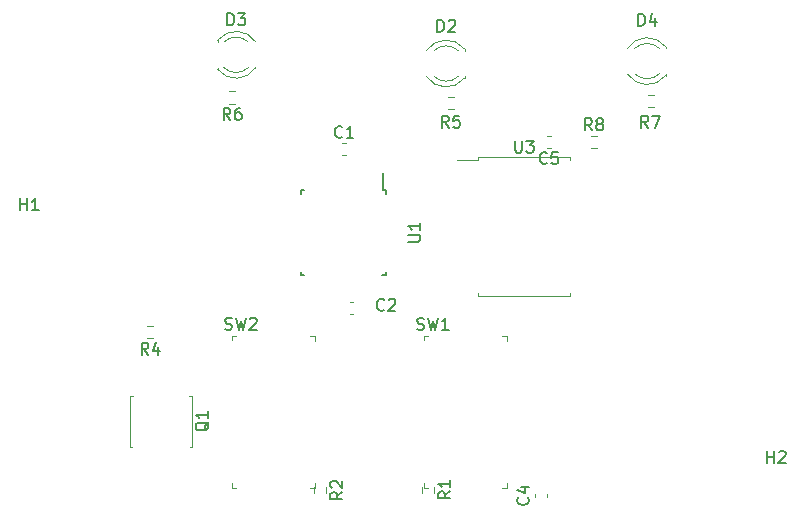
<source format=gbr>
G04 #@! TF.GenerationSoftware,KiCad,Pcbnew,5.1.7-a382d34a8~88~ubuntu18.04.1*
G04 #@! TF.CreationDate,2021-02-25T09:37:14-05:00*
G04 #@! TF.ProjectId,Dash_Right,44617368-5f52-4696-9768-742e6b696361,rev?*
G04 #@! TF.SameCoordinates,Original*
G04 #@! TF.FileFunction,Legend,Top*
G04 #@! TF.FilePolarity,Positive*
%FSLAX46Y46*%
G04 Gerber Fmt 4.6, Leading zero omitted, Abs format (unit mm)*
G04 Created by KiCad (PCBNEW 5.1.7-a382d34a8~88~ubuntu18.04.1) date 2021-02-25 09:37:14*
%MOMM*%
%LPD*%
G01*
G04 APERTURE LIST*
%ADD10C,0.120000*%
%ADD11C,0.150000*%
%ADD12C,0.100000*%
G04 APERTURE END LIST*
D10*
X176988000Y-67702500D02*
X175173000Y-67702500D01*
X176988000Y-67457500D02*
X176988000Y-67702500D01*
X180848000Y-67457500D02*
X176988000Y-67457500D01*
X184708000Y-67457500D02*
X184708000Y-67702500D01*
X180848000Y-67457500D02*
X184708000Y-67457500D01*
X176988000Y-79227500D02*
X176988000Y-78982500D01*
X180848000Y-79227500D02*
X176988000Y-79227500D01*
X184708000Y-79227500D02*
X184708000Y-78982500D01*
X180848000Y-79227500D02*
X184708000Y-79227500D01*
D11*
X168944500Y-70225500D02*
X168944500Y-68800500D01*
X169169500Y-77475500D02*
X169169500Y-77150500D01*
X161919500Y-77475500D02*
X161919500Y-77150500D01*
X161919500Y-70225500D02*
X161919500Y-70550500D01*
X169169500Y-70225500D02*
X169169500Y-70550500D01*
X161919500Y-70225500D02*
X162244500Y-70225500D01*
X161919500Y-77475500D02*
X162244500Y-77475500D01*
X169169500Y-77475500D02*
X168844500Y-77475500D01*
X169169500Y-70225500D02*
X168944500Y-70225500D01*
D12*
X163164000Y-82576000D02*
X162739000Y-82576000D01*
X163164000Y-82601000D02*
X163164000Y-83051000D01*
X163164000Y-95476000D02*
X163164000Y-95026000D01*
X163164000Y-95476000D02*
X162739000Y-95476000D01*
X156114000Y-95476000D02*
X156489000Y-95476000D01*
X156114000Y-95476000D02*
X156114000Y-95076000D01*
X156114000Y-82951000D02*
X156114000Y-82576000D01*
X156114000Y-82576000D02*
X156464000Y-82576000D01*
X179420000Y-82577000D02*
X178995000Y-82577000D01*
X179420000Y-82602000D02*
X179420000Y-83052000D01*
X179420000Y-95477000D02*
X179420000Y-95027000D01*
X179420000Y-95477000D02*
X178995000Y-95477000D01*
X172370000Y-95477000D02*
X172745000Y-95477000D01*
X172370000Y-95477000D02*
X172370000Y-95077000D01*
X172370000Y-82952000D02*
X172370000Y-82577000D01*
X172370000Y-82577000D02*
X172720000Y-82577000D01*
D10*
X186498776Y-66689500D02*
X187008224Y-66689500D01*
X186498776Y-65644500D02*
X187008224Y-65644500D01*
X191362876Y-63260500D02*
X191872324Y-63260500D01*
X191362876Y-62215500D02*
X191872324Y-62215500D01*
X156401224Y-61898000D02*
X155891776Y-61898000D01*
X156401224Y-62943000D02*
X155891776Y-62943000D01*
X174370276Y-63387500D02*
X174879724Y-63387500D01*
X174370276Y-62342500D02*
X174879724Y-62342500D01*
X149456224Y-81773500D02*
X148946776Y-81773500D01*
X149456224Y-82818500D02*
X148946776Y-82818500D01*
X163053500Y-95399776D02*
X163053500Y-95909224D01*
X164098500Y-95399776D02*
X164098500Y-95909224D01*
X172197500Y-95352776D02*
X172197500Y-95862224D01*
X173242500Y-95352776D02*
X173242500Y-95862224D01*
X152714000Y-87728000D02*
X152514000Y-87728000D01*
X152714000Y-92028000D02*
X152714000Y-87728000D01*
X152564000Y-92028000D02*
X152714000Y-92028000D01*
X147514000Y-92028000D02*
X147664000Y-92028000D01*
X147514000Y-87728000D02*
X147514000Y-92028000D01*
X147714000Y-87728000D02*
X147514000Y-87728000D01*
X192822000Y-58254400D02*
X192822000Y-58098400D01*
X192822000Y-60570400D02*
X192822000Y-60414400D01*
X190220870Y-58254563D02*
G75*
G02*
X192302961Y-58254400I1041130J-1079837D01*
G01*
X190220870Y-60414237D02*
G75*
G03*
X192302961Y-60414400I1041130J1079837D01*
G01*
X189589665Y-58255792D02*
G75*
G02*
X192822000Y-58098884I1672335J-1078608D01*
G01*
X189589665Y-60413008D02*
G75*
G03*
X192822000Y-60569916I1672335J1078608D01*
G01*
X154904000Y-59881000D02*
X154904000Y-60037000D01*
X154904000Y-57565000D02*
X154904000Y-57721000D01*
X157505130Y-59880837D02*
G75*
G02*
X155423039Y-59881000I-1041130J1079837D01*
G01*
X157505130Y-57721163D02*
G75*
G03*
X155423039Y-57721000I-1041130J-1079837D01*
G01*
X158136335Y-59879608D02*
G75*
G02*
X154904000Y-60036516I-1672335J1078608D01*
G01*
X158136335Y-57722392D02*
G75*
G03*
X154904000Y-57565484I-1672335J-1078608D01*
G01*
X175804000Y-58457600D02*
X175804000Y-58301600D01*
X175804000Y-60773600D02*
X175804000Y-60617600D01*
X173202870Y-58457763D02*
G75*
G02*
X175284961Y-58457600I1041130J-1079837D01*
G01*
X173202870Y-60617437D02*
G75*
G03*
X175284961Y-60617600I1041130J1079837D01*
G01*
X172571665Y-58458992D02*
G75*
G02*
X175804000Y-58302084I1672335J-1078608D01*
G01*
X172571665Y-60616208D02*
G75*
G03*
X175804000Y-60773116I1672335J1078608D01*
G01*
X183089767Y-65657000D02*
X182797233Y-65657000D01*
X183089767Y-66677000D02*
X182797233Y-66677000D01*
X182755000Y-96258767D02*
X182755000Y-95966233D01*
X181735000Y-96258767D02*
X181735000Y-95966233D01*
X166070233Y-80774000D02*
X166362767Y-80774000D01*
X166070233Y-79754000D02*
X166362767Y-79754000D01*
X165461733Y-67312000D02*
X165754267Y-67312000D01*
X165461733Y-66292000D02*
X165754267Y-66292000D01*
D11*
X180086095Y-66074880D02*
X180086095Y-66884404D01*
X180133714Y-66979642D01*
X180181333Y-67027261D01*
X180276571Y-67074880D01*
X180467047Y-67074880D01*
X180562285Y-67027261D01*
X180609904Y-66979642D01*
X180657523Y-66884404D01*
X180657523Y-66074880D01*
X181038476Y-66074880D02*
X181657523Y-66074880D01*
X181324190Y-66455833D01*
X181467047Y-66455833D01*
X181562285Y-66503452D01*
X181609904Y-66551071D01*
X181657523Y-66646309D01*
X181657523Y-66884404D01*
X181609904Y-66979642D01*
X181562285Y-67027261D01*
X181467047Y-67074880D01*
X181181333Y-67074880D01*
X181086095Y-67027261D01*
X181038476Y-66979642D01*
X171046880Y-74612404D02*
X171856404Y-74612404D01*
X171951642Y-74564785D01*
X171999261Y-74517166D01*
X172046880Y-74421928D01*
X172046880Y-74231452D01*
X171999261Y-74136214D01*
X171951642Y-74088595D01*
X171856404Y-74040976D01*
X171046880Y-74040976D01*
X172046880Y-73040976D02*
X172046880Y-73612404D01*
X172046880Y-73326690D02*
X171046880Y-73326690D01*
X171189738Y-73421928D01*
X171284976Y-73517166D01*
X171332595Y-73612404D01*
X155541060Y-82031133D02*
X155683917Y-82078752D01*
X155922013Y-82078752D01*
X156017251Y-82031133D01*
X156064870Y-81983514D01*
X156112489Y-81888276D01*
X156112489Y-81793038D01*
X156064870Y-81697800D01*
X156017251Y-81650181D01*
X155922013Y-81602562D01*
X155731536Y-81554943D01*
X155636298Y-81507324D01*
X155588679Y-81459705D01*
X155541060Y-81364467D01*
X155541060Y-81269229D01*
X155588679Y-81173991D01*
X155636298Y-81126372D01*
X155731536Y-81078752D01*
X155969632Y-81078752D01*
X156112489Y-81126372D01*
X156445822Y-81078752D02*
X156683917Y-82078752D01*
X156874394Y-81364467D01*
X157064870Y-82078752D01*
X157302965Y-81078752D01*
X157636298Y-81173991D02*
X157683917Y-81126372D01*
X157779155Y-81078752D01*
X158017251Y-81078752D01*
X158112489Y-81126372D01*
X158160108Y-81173991D01*
X158207727Y-81269229D01*
X158207727Y-81364467D01*
X158160108Y-81507324D01*
X157588679Y-82078752D01*
X158207727Y-82078752D01*
X171797060Y-82032133D02*
X171939917Y-82079752D01*
X172178013Y-82079752D01*
X172273251Y-82032133D01*
X172320870Y-81984514D01*
X172368489Y-81889276D01*
X172368489Y-81794038D01*
X172320870Y-81698800D01*
X172273251Y-81651181D01*
X172178013Y-81603562D01*
X171987536Y-81555943D01*
X171892298Y-81508324D01*
X171844679Y-81460705D01*
X171797060Y-81365467D01*
X171797060Y-81270229D01*
X171844679Y-81174991D01*
X171892298Y-81127372D01*
X171987536Y-81079752D01*
X172225632Y-81079752D01*
X172368489Y-81127372D01*
X172701822Y-81079752D02*
X172939917Y-82079752D01*
X173130394Y-81365467D01*
X173320870Y-82079752D01*
X173558965Y-81079752D01*
X174463727Y-82079752D02*
X173892298Y-82079752D01*
X174178013Y-82079752D02*
X174178013Y-81079752D01*
X174082774Y-81222610D01*
X173987536Y-81317848D01*
X173892298Y-81365467D01*
X186586833Y-65189380D02*
X186253500Y-64713190D01*
X186015404Y-65189380D02*
X186015404Y-64189380D01*
X186396357Y-64189380D01*
X186491595Y-64237000D01*
X186539214Y-64284619D01*
X186586833Y-64379857D01*
X186586833Y-64522714D01*
X186539214Y-64617952D01*
X186491595Y-64665571D01*
X186396357Y-64713190D01*
X186015404Y-64713190D01*
X187158261Y-64617952D02*
X187063023Y-64570333D01*
X187015404Y-64522714D01*
X186967785Y-64427476D01*
X186967785Y-64379857D01*
X187015404Y-64284619D01*
X187063023Y-64237000D01*
X187158261Y-64189380D01*
X187348738Y-64189380D01*
X187443976Y-64237000D01*
X187491595Y-64284619D01*
X187539214Y-64379857D01*
X187539214Y-64427476D01*
X187491595Y-64522714D01*
X187443976Y-64570333D01*
X187348738Y-64617952D01*
X187158261Y-64617952D01*
X187063023Y-64665571D01*
X187015404Y-64713190D01*
X186967785Y-64808428D01*
X186967785Y-64998904D01*
X187015404Y-65094142D01*
X187063023Y-65141761D01*
X187158261Y-65189380D01*
X187348738Y-65189380D01*
X187443976Y-65141761D01*
X187491595Y-65094142D01*
X187539214Y-64998904D01*
X187539214Y-64808428D01*
X187491595Y-64713190D01*
X187443976Y-64665571D01*
X187348738Y-64617952D01*
X191349333Y-64968380D02*
X191016000Y-64492190D01*
X190777904Y-64968380D02*
X190777904Y-63968380D01*
X191158857Y-63968380D01*
X191254095Y-64016000D01*
X191301714Y-64063619D01*
X191349333Y-64158857D01*
X191349333Y-64301714D01*
X191301714Y-64396952D01*
X191254095Y-64444571D01*
X191158857Y-64492190D01*
X190777904Y-64492190D01*
X191682666Y-63968380D02*
X192349333Y-63968380D01*
X191920761Y-64968380D01*
X155979833Y-64302880D02*
X155646500Y-63826690D01*
X155408404Y-64302880D02*
X155408404Y-63302880D01*
X155789357Y-63302880D01*
X155884595Y-63350500D01*
X155932214Y-63398119D01*
X155979833Y-63493357D01*
X155979833Y-63636214D01*
X155932214Y-63731452D01*
X155884595Y-63779071D01*
X155789357Y-63826690D01*
X155408404Y-63826690D01*
X156836976Y-63302880D02*
X156646500Y-63302880D01*
X156551261Y-63350500D01*
X156503642Y-63398119D01*
X156408404Y-63540976D01*
X156360785Y-63731452D01*
X156360785Y-64112404D01*
X156408404Y-64207642D01*
X156456023Y-64255261D01*
X156551261Y-64302880D01*
X156741738Y-64302880D01*
X156836976Y-64255261D01*
X156884595Y-64207642D01*
X156932214Y-64112404D01*
X156932214Y-63874309D01*
X156884595Y-63779071D01*
X156836976Y-63731452D01*
X156741738Y-63683833D01*
X156551261Y-63683833D01*
X156456023Y-63731452D01*
X156408404Y-63779071D01*
X156360785Y-63874309D01*
X174458333Y-64968380D02*
X174125000Y-64492190D01*
X173886904Y-64968380D02*
X173886904Y-63968380D01*
X174267857Y-63968380D01*
X174363095Y-64016000D01*
X174410714Y-64063619D01*
X174458333Y-64158857D01*
X174458333Y-64301714D01*
X174410714Y-64396952D01*
X174363095Y-64444571D01*
X174267857Y-64492190D01*
X173886904Y-64492190D01*
X175363095Y-63968380D02*
X174886904Y-63968380D01*
X174839285Y-64444571D01*
X174886904Y-64396952D01*
X174982142Y-64349333D01*
X175220238Y-64349333D01*
X175315476Y-64396952D01*
X175363095Y-64444571D01*
X175410714Y-64539809D01*
X175410714Y-64777904D01*
X175363095Y-64873142D01*
X175315476Y-64920761D01*
X175220238Y-64968380D01*
X174982142Y-64968380D01*
X174886904Y-64920761D01*
X174839285Y-64873142D01*
X149034833Y-84178380D02*
X148701500Y-83702190D01*
X148463404Y-84178380D02*
X148463404Y-83178380D01*
X148844357Y-83178380D01*
X148939595Y-83226000D01*
X148987214Y-83273619D01*
X149034833Y-83368857D01*
X149034833Y-83511714D01*
X148987214Y-83606952D01*
X148939595Y-83654571D01*
X148844357Y-83702190D01*
X148463404Y-83702190D01*
X149891976Y-83511714D02*
X149891976Y-84178380D01*
X149653880Y-83130761D02*
X149415785Y-83845047D01*
X150034833Y-83845047D01*
X165458380Y-95821166D02*
X164982190Y-96154500D01*
X165458380Y-96392595D02*
X164458380Y-96392595D01*
X164458380Y-96011642D01*
X164506000Y-95916404D01*
X164553619Y-95868785D01*
X164648857Y-95821166D01*
X164791714Y-95821166D01*
X164886952Y-95868785D01*
X164934571Y-95916404D01*
X164982190Y-96011642D01*
X164982190Y-96392595D01*
X164553619Y-95440214D02*
X164506000Y-95392595D01*
X164458380Y-95297357D01*
X164458380Y-95059261D01*
X164506000Y-94964023D01*
X164553619Y-94916404D01*
X164648857Y-94868785D01*
X164744095Y-94868785D01*
X164886952Y-94916404D01*
X165458380Y-95487833D01*
X165458380Y-94868785D01*
X174602380Y-95774166D02*
X174126190Y-96107500D01*
X174602380Y-96345595D02*
X173602380Y-96345595D01*
X173602380Y-95964642D01*
X173650000Y-95869404D01*
X173697619Y-95821785D01*
X173792857Y-95774166D01*
X173935714Y-95774166D01*
X174030952Y-95821785D01*
X174078571Y-95869404D01*
X174126190Y-95964642D01*
X174126190Y-96345595D01*
X174602380Y-94821785D02*
X174602380Y-95393214D01*
X174602380Y-95107500D02*
X173602380Y-95107500D01*
X173745238Y-95202738D01*
X173840476Y-95297976D01*
X173888095Y-95393214D01*
X154141619Y-89893238D02*
X154094000Y-89988476D01*
X153998761Y-90083714D01*
X153855904Y-90226571D01*
X153808285Y-90321809D01*
X153808285Y-90417047D01*
X154046380Y-90369428D02*
X153998761Y-90464666D01*
X153903523Y-90559904D01*
X153713047Y-90607523D01*
X153379714Y-90607523D01*
X153189238Y-90559904D01*
X153094000Y-90464666D01*
X153046380Y-90369428D01*
X153046380Y-90178952D01*
X153094000Y-90083714D01*
X153189238Y-89988476D01*
X153379714Y-89940857D01*
X153713047Y-89940857D01*
X153903523Y-89988476D01*
X153998761Y-90083714D01*
X154046380Y-90178952D01*
X154046380Y-90369428D01*
X154046380Y-88988476D02*
X154046380Y-89559904D01*
X154046380Y-89274190D02*
X153046380Y-89274190D01*
X153189238Y-89369428D01*
X153284476Y-89464666D01*
X153332095Y-89559904D01*
X201422095Y-93343880D02*
X201422095Y-92343880D01*
X201422095Y-92820071D02*
X201993523Y-92820071D01*
X201993523Y-93343880D02*
X201993523Y-92343880D01*
X202422095Y-92439119D02*
X202469714Y-92391500D01*
X202564952Y-92343880D01*
X202803047Y-92343880D01*
X202898285Y-92391500D01*
X202945904Y-92439119D01*
X202993523Y-92534357D01*
X202993523Y-92629595D01*
X202945904Y-92772452D01*
X202374476Y-93343880D01*
X202993523Y-93343880D01*
X138176095Y-71944380D02*
X138176095Y-70944380D01*
X138176095Y-71420571D02*
X138747523Y-71420571D01*
X138747523Y-71944380D02*
X138747523Y-70944380D01*
X139747523Y-71944380D02*
X139176095Y-71944380D01*
X139461809Y-71944380D02*
X139461809Y-70944380D01*
X139366571Y-71087238D01*
X139271333Y-71182476D01*
X139176095Y-71230095D01*
X190523904Y-56332380D02*
X190523904Y-55332380D01*
X190762000Y-55332380D01*
X190904857Y-55380000D01*
X191000095Y-55475238D01*
X191047714Y-55570476D01*
X191095333Y-55760952D01*
X191095333Y-55903809D01*
X191047714Y-56094285D01*
X191000095Y-56189523D01*
X190904857Y-56284761D01*
X190762000Y-56332380D01*
X190523904Y-56332380D01*
X191952476Y-55665714D02*
X191952476Y-56332380D01*
X191714380Y-55284761D02*
X191476285Y-55999047D01*
X192095333Y-55999047D01*
X155725904Y-56293380D02*
X155725904Y-55293380D01*
X155964000Y-55293380D01*
X156106857Y-55341000D01*
X156202095Y-55436238D01*
X156249714Y-55531476D01*
X156297333Y-55721952D01*
X156297333Y-55864809D01*
X156249714Y-56055285D01*
X156202095Y-56150523D01*
X156106857Y-56245761D01*
X155964000Y-56293380D01*
X155725904Y-56293380D01*
X156630666Y-55293380D02*
X157249714Y-55293380D01*
X156916380Y-55674333D01*
X157059238Y-55674333D01*
X157154476Y-55721952D01*
X157202095Y-55769571D01*
X157249714Y-55864809D01*
X157249714Y-56102904D01*
X157202095Y-56198142D01*
X157154476Y-56245761D01*
X157059238Y-56293380D01*
X156773523Y-56293380D01*
X156678285Y-56245761D01*
X156630666Y-56198142D01*
X173505904Y-56840380D02*
X173505904Y-55840380D01*
X173744000Y-55840380D01*
X173886857Y-55888000D01*
X173982095Y-55983238D01*
X174029714Y-56078476D01*
X174077333Y-56268952D01*
X174077333Y-56411809D01*
X174029714Y-56602285D01*
X173982095Y-56697523D01*
X173886857Y-56792761D01*
X173744000Y-56840380D01*
X173505904Y-56840380D01*
X174458285Y-55935619D02*
X174505904Y-55888000D01*
X174601142Y-55840380D01*
X174839238Y-55840380D01*
X174934476Y-55888000D01*
X174982095Y-55935619D01*
X175029714Y-56030857D01*
X175029714Y-56126095D01*
X174982095Y-56268952D01*
X174410666Y-56840380D01*
X175029714Y-56840380D01*
X182776833Y-67954142D02*
X182729214Y-68001761D01*
X182586357Y-68049380D01*
X182491119Y-68049380D01*
X182348261Y-68001761D01*
X182253023Y-67906523D01*
X182205404Y-67811285D01*
X182157785Y-67620809D01*
X182157785Y-67477952D01*
X182205404Y-67287476D01*
X182253023Y-67192238D01*
X182348261Y-67097000D01*
X182491119Y-67049380D01*
X182586357Y-67049380D01*
X182729214Y-67097000D01*
X182776833Y-67144619D01*
X183681595Y-67049380D02*
X183205404Y-67049380D01*
X183157785Y-67525571D01*
X183205404Y-67477952D01*
X183300642Y-67430333D01*
X183538738Y-67430333D01*
X183633976Y-67477952D01*
X183681595Y-67525571D01*
X183729214Y-67620809D01*
X183729214Y-67858904D01*
X183681595Y-67954142D01*
X183633976Y-68001761D01*
X183538738Y-68049380D01*
X183300642Y-68049380D01*
X183205404Y-68001761D01*
X183157785Y-67954142D01*
X181172142Y-96279166D02*
X181219761Y-96326785D01*
X181267380Y-96469642D01*
X181267380Y-96564880D01*
X181219761Y-96707738D01*
X181124523Y-96802976D01*
X181029285Y-96850595D01*
X180838809Y-96898214D01*
X180695952Y-96898214D01*
X180505476Y-96850595D01*
X180410238Y-96802976D01*
X180315000Y-96707738D01*
X180267380Y-96564880D01*
X180267380Y-96469642D01*
X180315000Y-96326785D01*
X180362619Y-96279166D01*
X180600714Y-95422023D02*
X181267380Y-95422023D01*
X180219761Y-95660119D02*
X180934047Y-95898214D01*
X180934047Y-95279166D01*
X168997333Y-80367142D02*
X168949714Y-80414761D01*
X168806857Y-80462380D01*
X168711619Y-80462380D01*
X168568761Y-80414761D01*
X168473523Y-80319523D01*
X168425904Y-80224285D01*
X168378285Y-80033809D01*
X168378285Y-79890952D01*
X168425904Y-79700476D01*
X168473523Y-79605238D01*
X168568761Y-79510000D01*
X168711619Y-79462380D01*
X168806857Y-79462380D01*
X168949714Y-79510000D01*
X168997333Y-79557619D01*
X169378285Y-79557619D02*
X169425904Y-79510000D01*
X169521142Y-79462380D01*
X169759238Y-79462380D01*
X169854476Y-79510000D01*
X169902095Y-79557619D01*
X169949714Y-79652857D01*
X169949714Y-79748095D01*
X169902095Y-79890952D01*
X169330666Y-80462380D01*
X169949714Y-80462380D01*
X165441333Y-65729142D02*
X165393714Y-65776761D01*
X165250857Y-65824380D01*
X165155619Y-65824380D01*
X165012761Y-65776761D01*
X164917523Y-65681523D01*
X164869904Y-65586285D01*
X164822285Y-65395809D01*
X164822285Y-65252952D01*
X164869904Y-65062476D01*
X164917523Y-64967238D01*
X165012761Y-64872000D01*
X165155619Y-64824380D01*
X165250857Y-64824380D01*
X165393714Y-64872000D01*
X165441333Y-64919619D01*
X166393714Y-65824380D02*
X165822285Y-65824380D01*
X166108000Y-65824380D02*
X166108000Y-64824380D01*
X166012761Y-64967238D01*
X165917523Y-65062476D01*
X165822285Y-65110095D01*
M02*

</source>
